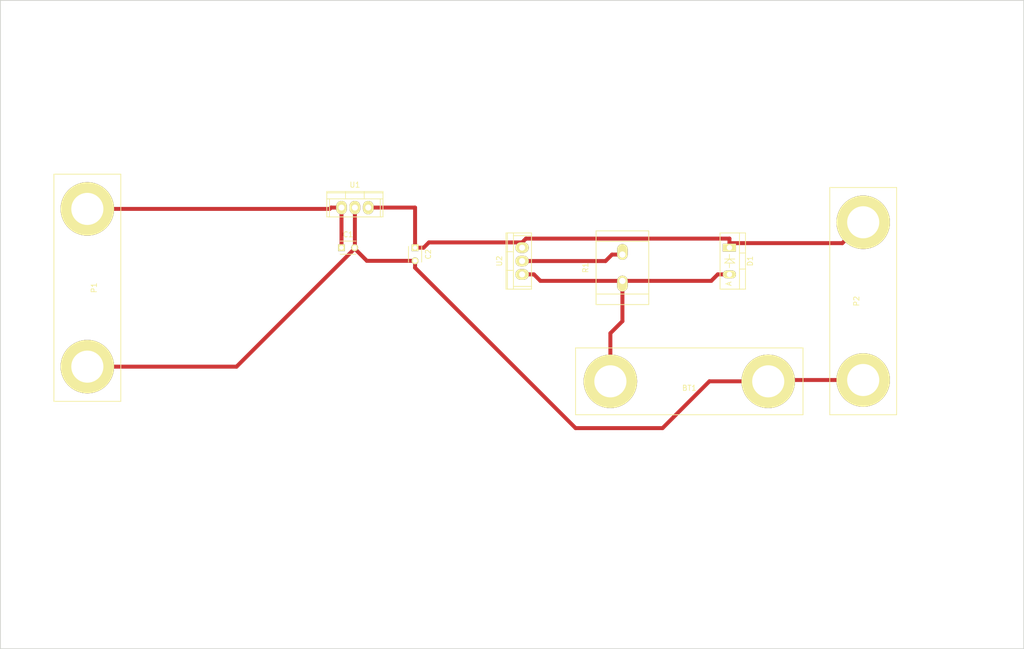
<source format=kicad_pcb>
(kicad_pcb (version 4) (host pcbnew 4.0.2-stable)

  (general
    (links 15)
    (no_connects 0)
    (area 69.774999 31.674999 264.235001 155.015001)
    (thickness 1.6)
    (drawings 4)
    (tracks 45)
    (zones 0)
    (modules 9)
    (nets 6)
  )

  (page A4)
  (layers
    (0 F.Cu signal)
    (31 B.Cu signal)
    (32 B.Adhes user)
    (33 F.Adhes user)
    (34 B.Paste user)
    (35 F.Paste user)
    (36 B.SilkS user)
    (37 F.SilkS user)
    (38 B.Mask user)
    (39 F.Mask user)
    (40 Dwgs.User user)
    (41 Cmts.User user)
    (42 Eco1.User user)
    (43 Eco2.User user)
    (44 Edge.Cuts user)
    (45 Margin user)
    (46 B.CrtYd user)
    (47 F.CrtYd user)
    (48 B.Fab user)
    (49 F.Fab user)
  )

  (setup
    (last_trace_width 0.75)
    (trace_clearance 0.6)
    (zone_clearance 0.508)
    (zone_45_only no)
    (trace_min 0.2)
    (segment_width 0.2)
    (edge_width 0.15)
    (via_size 0.6)
    (via_drill 0.4)
    (via_min_size 0.4)
    (via_min_drill 0.3)
    (uvia_size 0.3)
    (uvia_drill 0.1)
    (uvias_allowed no)
    (uvia_min_size 0.2)
    (uvia_min_drill 0.1)
    (pcb_text_width 0.3)
    (pcb_text_size 1.5 1.5)
    (mod_edge_width 0.15)
    (mod_text_size 1 1)
    (mod_text_width 0.15)
    (pad_size 1.524 1.524)
    (pad_drill 0.762)
    (pad_to_mask_clearance 0.2)
    (aux_axis_origin 0 0)
    (visible_elements 7FFFFFFF)
    (pcbplotparams
      (layerselection 0x00030_80000001)
      (usegerberextensions false)
      (excludeedgelayer true)
      (linewidth 1.000000)
      (plotframeref false)
      (viasonmask false)
      (mode 1)
      (useauxorigin false)
      (hpglpennumber 1)
      (hpglpenspeed 20)
      (hpglpendiameter 15)
      (hpglpenoverlay 2)
      (psnegative false)
      (psa4output false)
      (plotreference true)
      (plotvalue true)
      (plotinvisibletext false)
      (padsonsilk false)
      (subtractmaskfromsilk false)
      (outputformat 1)
      (mirror false)
      (drillshape 1)
      (scaleselection 1)
      (outputdirectory ""))
  )

  (net 0 "")
  (net 1 GND)
  (net 2 "Net-(C2-Pad1)")
  (net 3 "Net-(R1-Pad2)")
  (net 4 "Net-(BT1-Pad1)")
  (net 5 +36V)

  (net_class Default "This is the default net class."
    (clearance 0.6)
    (trace_width 0.75)
    (via_dia 0.6)
    (via_drill 0.4)
    (uvia_dia 0.3)
    (uvia_drill 0.1)
    (add_net +36V)
    (add_net GND)
    (add_net "Net-(BT1-Pad1)")
    (add_net "Net-(C2-Pad1)")
    (add_net "Net-(R1-Pad2)")
  )

  (module Connect:Banana_Jack_2Pin (layer F.Cu) (tedit 0) (tstamp 57AB6FB3)
    (at 200.66 104.14)
    (descr "Dual banana socket, footprint - 2 x 6mm drills")
    (tags "banana socket")
    (path /57AB63B5)
    (fp_text reference BT1 (at 0 1.27) (layer F.SilkS)
      (effects (font (size 1 1) (thickness 0.15)))
    )
    (fp_text value "Battery 2000mAh or more" (at 0 -1.27) (layer F.Fab)
      (effects (font (size 1 1) (thickness 0.15)))
    )
    (fp_line (start -21.59 -6.35) (end 21.59 -6.35) (layer F.SilkS) (width 0.15))
    (fp_line (start 21.59 -6.35) (end 21.59 6.35) (layer F.SilkS) (width 0.15))
    (fp_line (start 21.59 6.35) (end -21.59 6.35) (layer F.SilkS) (width 0.15))
    (fp_line (start -21.59 6.35) (end -21.59 -6.35) (layer F.SilkS) (width 0.15))
    (pad 1 thru_hole circle (at -14.986 0) (size 10.16 10.16) (drill 6.096) (layers *.Cu *.Mask F.SilkS)
      (net 4 "Net-(BT1-Pad1)"))
    (pad 2 thru_hole circle (at 14.986 0) (size 10.16 10.16) (drill 6.096) (layers *.Cu *.Mask F.SilkS)
      (net 1 GND))
    (model Connect.3dshapes/Banana_Jack_2Pin.wrl
      (at (xyz 0 0 0))
      (scale (xyz 2 2 2))
      (rotate (xyz 0 0 0))
    )
  )

  (module Capacitors_ThroughHole:C_Disc_D3_P2.5 (layer F.Cu) (tedit 0) (tstamp 57AB6FB9)
    (at 134.62 78.74)
    (descr "Capacitor 3mm Disc, Pitch 2.5mm")
    (tags Capacitor)
    (path /57AB5B99)
    (fp_text reference C1 (at 1.25 -2.5) (layer F.SilkS)
      (effects (font (size 1 1) (thickness 0.15)))
    )
    (fp_text value "C 0.33uf" (at 1.25 2.5) (layer F.Fab)
      (effects (font (size 1 1) (thickness 0.15)))
    )
    (fp_line (start -0.9 -1.5) (end 3.4 -1.5) (layer F.CrtYd) (width 0.05))
    (fp_line (start 3.4 -1.5) (end 3.4 1.5) (layer F.CrtYd) (width 0.05))
    (fp_line (start 3.4 1.5) (end -0.9 1.5) (layer F.CrtYd) (width 0.05))
    (fp_line (start -0.9 1.5) (end -0.9 -1.5) (layer F.CrtYd) (width 0.05))
    (fp_line (start -0.25 -1.25) (end 2.75 -1.25) (layer F.SilkS) (width 0.15))
    (fp_line (start 2.75 1.25) (end -0.25 1.25) (layer F.SilkS) (width 0.15))
    (pad 1 thru_hole rect (at 0 0) (size 1.3 1.3) (drill 0.8) (layers *.Cu *.Mask F.SilkS)
      (net 5 +36V))
    (pad 2 thru_hole circle (at 2.5 0) (size 1.3 1.3) (drill 0.8001) (layers *.Cu *.Mask F.SilkS)
      (net 1 GND))
    (model Capacitors_ThroughHole.3dshapes/C_Disc_D3_P2.5.wrl
      (at (xyz 0.0492126 0 0))
      (scale (xyz 1 1 1))
      (rotate (xyz 0 0 0))
    )
  )

  (module Capacitors_ThroughHole:C_Disc_D3_P2.5 (layer F.Cu) (tedit 0) (tstamp 57AB6FBF)
    (at 148.59 78.74 270)
    (descr "Capacitor 3mm Disc, Pitch 2.5mm")
    (tags Capacitor)
    (path /57AB5BB8)
    (fp_text reference C2 (at 1.25 -2.5 270) (layer F.SilkS)
      (effects (font (size 1 1) (thickness 0.15)))
    )
    (fp_text value "C 3.3uf 50v" (at 1.25 2.5 270) (layer F.Fab)
      (effects (font (size 1 1) (thickness 0.15)))
    )
    (fp_line (start -0.9 -1.5) (end 3.4 -1.5) (layer F.CrtYd) (width 0.05))
    (fp_line (start 3.4 -1.5) (end 3.4 1.5) (layer F.CrtYd) (width 0.05))
    (fp_line (start 3.4 1.5) (end -0.9 1.5) (layer F.CrtYd) (width 0.05))
    (fp_line (start -0.9 1.5) (end -0.9 -1.5) (layer F.CrtYd) (width 0.05))
    (fp_line (start -0.25 -1.25) (end 2.75 -1.25) (layer F.SilkS) (width 0.15))
    (fp_line (start 2.75 1.25) (end -0.25 1.25) (layer F.SilkS) (width 0.15))
    (pad 1 thru_hole rect (at 0 0 270) (size 1.3 1.3) (drill 0.8) (layers *.Cu *.Mask F.SilkS)
      (net 2 "Net-(C2-Pad1)"))
    (pad 2 thru_hole circle (at 2.5 0 270) (size 1.3 1.3) (drill 0.8001) (layers *.Cu *.Mask F.SilkS)
      (net 1 GND))
    (model Capacitors_ThroughHole.3dshapes/C_Disc_D3_P2.5.wrl
      (at (xyz 0.0492126 0 0))
      (scale (xyz 1 1 1))
      (rotate (xyz 0 0 0))
    )
  )

  (module Diodes_ThroughHole:Diode_TO-220_Vertical (layer F.Cu) (tedit 5538AE5F) (tstamp 57AB6FCB)
    (at 208.28 78.74 270)
    (descr "TO-220, Diode, Vertical,")
    (tags "TO-220, Diode, Vertical,")
    (path /57AB5E62)
    (fp_text reference D1 (at 2.54762 -3.92938 270) (layer F.SilkS)
      (effects (font (size 1 1) (thickness 0.15)))
    )
    (fp_text value D (at 2.0701 2.7051 270) (layer F.Fab)
      (effects (font (size 1 1) (thickness 0.15)))
    )
    (fp_text user A (at 6.858 0.127 270) (layer F.SilkS)
      (effects (font (size 1 1) (thickness 0.15)))
    )
    (fp_line (start 2.159 0) (end 1.27 0) (layer F.SilkS) (width 0.15))
    (fp_line (start 3.048 0) (end 3.81 0) (layer F.SilkS) (width 0.15))
    (fp_line (start 2.159 0) (end 2.921 -1.016) (layer F.SilkS) (width 0.15))
    (fp_line (start 2.921 -1.016) (end 2.921 0.889) (layer F.SilkS) (width 0.15))
    (fp_line (start 2.921 0.889) (end 2.159 0) (layer F.SilkS) (width 0.15))
    (fp_line (start 2.159 -1.016) (end 2.159 0.889) (layer F.SilkS) (width 0.15))
    (fp_line (start 1.016 -3.048) (end 1.016 -1.905) (layer F.SilkS) (width 0.15))
    (fp_line (start 4.064 -3.048) (end 4.064 -1.905) (layer F.SilkS) (width 0.15))
    (fp_line (start 7.874 -1.905) (end 7.874 1.778) (layer F.SilkS) (width 0.15))
    (fp_line (start 7.874 1.778) (end -2.794 1.778) (layer F.SilkS) (width 0.15))
    (fp_line (start -2.794 1.778) (end -2.794 -1.905) (layer F.SilkS) (width 0.15))
    (fp_line (start 7.874 -3.048) (end 7.874 -1.905) (layer F.SilkS) (width 0.15))
    (fp_line (start 7.874 -1.905) (end -2.794 -1.905) (layer F.SilkS) (width 0.15))
    (fp_line (start -2.794 -1.905) (end -2.794 -3.048) (layer F.SilkS) (width 0.15))
    (fp_line (start 2.54 -3.048) (end -2.794 -3.048) (layer F.SilkS) (width 0.15))
    (fp_line (start 2.54 -3.048) (end 7.874 -3.048) (layer F.SilkS) (width 0.15))
    (pad 1 thru_hole rect (at 0 0) (size 2.49936 1.50114) (drill 1.00076) (layers *.Cu *.Mask F.SilkS)
      (net 2 "Net-(C2-Pad1)"))
    (pad 2 thru_hole oval (at 5.08 0) (size 2.49936 1.50114) (drill 1.00076) (layers *.Cu *.Mask F.SilkS)
      (net 4 "Net-(BT1-Pad1)"))
    (model Diodes_ThroughHole.3dshapes/Diode_TO-220_Vertical.wrl
      (at (xyz 0.1 0 0))
      (scale (xyz 0.3937 0.3937 0.3937))
      (rotate (xyz 0 0 0))
    )
  )

  (module Connect:Banana_Jack_2Pin (layer F.Cu) (tedit 0) (tstamp 57AB6FD1)
    (at 86.36 86.36 90)
    (descr "Dual banana socket, footprint - 2 x 6mm drills")
    (tags "banana socket")
    (path /57AB6756)
    (fp_text reference P1 (at 0 1.27 90) (layer F.SilkS)
      (effects (font (size 1 1) (thickness 0.15)))
    )
    (fp_text value CONN_01X02 (at 0 -1.27 90) (layer F.Fab)
      (effects (font (size 1 1) (thickness 0.15)))
    )
    (fp_line (start -21.59 -6.35) (end 21.59 -6.35) (layer F.SilkS) (width 0.15))
    (fp_line (start 21.59 -6.35) (end 21.59 6.35) (layer F.SilkS) (width 0.15))
    (fp_line (start 21.59 6.35) (end -21.59 6.35) (layer F.SilkS) (width 0.15))
    (fp_line (start -21.59 6.35) (end -21.59 -6.35) (layer F.SilkS) (width 0.15))
    (pad 1 thru_hole circle (at -14.986 0 90) (size 10.16 10.16) (drill 6.096) (layers *.Cu *.Mask F.SilkS)
      (net 1 GND))
    (pad 2 thru_hole circle (at 14.986 0 90) (size 10.16 10.16) (drill 6.096) (layers *.Cu *.Mask F.SilkS)
      (net 5 +36V))
    (model Connect.3dshapes/Banana_Jack_2Pin.wrl
      (at (xyz 0 0 0))
      (scale (xyz 2 2 2))
      (rotate (xyz 0 0 0))
    )
  )

  (module Connect:Banana_Jack_2Pin (layer F.Cu) (tedit 57AB7895) (tstamp 57AB6FD7)
    (at 233.68 88.9 270)
    (descr "Dual banana socket, footprint - 2 x 6mm drills")
    (tags "banana socket")
    (path /57AB6581)
    (fp_text reference P2 (at 0 1.27 270) (layer F.SilkS)
      (effects (font (size 1 1) (thickness 0.15)))
    )
    (fp_text value CONN_01X02 (at 0 -1.27 360) (layer F.Fab)
      (effects (font (size 1 1) (thickness 0.15)))
    )
    (fp_line (start -21.59 -6.35) (end 21.59 -6.35) (layer F.SilkS) (width 0.15))
    (fp_line (start 21.59 -6.35) (end 21.59 6.35) (layer F.SilkS) (width 0.15))
    (fp_line (start 21.59 6.35) (end -21.59 6.35) (layer F.SilkS) (width 0.15))
    (fp_line (start -21.59 6.35) (end -21.59 -6.35) (layer F.SilkS) (width 0.15))
    (pad 1 thru_hole circle (at -14.986 0 270) (size 10.16 10.16) (drill 6.096) (layers *.Cu *.Mask F.SilkS)
      (net 2 "Net-(C2-Pad1)"))
    (pad 2 thru_hole circle (at 14.986 0 270) (size 10.16 10.16) (drill 6.096) (layers *.Cu *.Mask F.SilkS)
      (net 1 GND))
    (model Connect.3dshapes/Banana_Jack_2Pin.wrl
      (at (xyz 0 0 0))
      (scale (xyz 2 2 2))
      (rotate (xyz 0 0 0))
    )
  )

  (module Resistors_ThroughHole:Resistor_Cement_Vertical_LargePads_KOA-BGR-5N-7N (layer F.Cu) (tedit 0) (tstamp 57AB6FDD)
    (at 187.96 82.55 90)
    (descr "Resistor, Cement, Vertical, LargePads, 5W, 7W, Meggitt, KOA, BSR, BGR, BWR, 5N, 7N,")
    (tags "Resistor, Cement, Vertical, 5W, 7W, Meggitt, KOA, BSR, LargePads, BGR, BWR, 5N, 7N,")
    (path /57AB6214)
    (fp_text reference R1 (at 0 -7.00024 90) (layer F.SilkS)
      (effects (font (size 1 1) (thickness 0.15)))
    )
    (fp_text value 10 (at 0 8.49884 90) (layer F.Fab)
      (effects (font (size 1 1) (thickness 0.15)))
    )
    (fp_line (start -5.00126 -5.00126) (end -5.00126 5.00126) (layer F.SilkS) (width 0.15))
    (fp_line (start 5.00126 -5.00126) (end 5.00126 5.00126) (layer F.SilkS) (width 0.15))
    (fp_line (start 7.00024 -5.00126) (end -7.00024 -5.00126) (layer F.SilkS) (width 0.15))
    (fp_line (start -7.00024 -5.00126) (end -7.00024 5.00126) (layer F.SilkS) (width 0.15))
    (fp_line (start -7.00024 5.00126) (end 7.00024 5.00126) (layer F.SilkS) (width 0.15))
    (fp_line (start 7.00024 5.00126) (end 7.00024 -5.00126) (layer F.SilkS) (width 0.15))
    (pad 1 thru_hole oval (at -2.49936 0 90) (size 2.99974 1.99898) (drill 1.19888 (offset -0.50038 0)) (layers *.Cu *.Mask F.SilkS)
      (net 4 "Net-(BT1-Pad1)"))
    (pad 2 thru_hole oval (at 2.49936 0 270) (size 2.99974 1.99898) (drill 1.19888 (offset -0.50038 0)) (layers *.Cu *.Mask F.SilkS)
      (net 3 "Net-(R1-Pad2)"))
  )

  (module Power_Integrations:TO-220 (layer F.Cu) (tedit 0) (tstamp 57ABA6F0)
    (at 137.16 71.12)
    (descr "Non Isolated JEDEC TO-220 Package")
    (tags "Power Integration YN Package")
    (path /57AB5B7A)
    (fp_text reference U1 (at 0 -4.318) (layer F.SilkS)
      (effects (font (size 1 1) (thickness 0.15)))
    )
    (fp_text value LM7815CT (at 0 -4.318) (layer F.Fab)
      (effects (font (size 1 1) (thickness 0.15)))
    )
    (fp_line (start 4.826 -1.651) (end 4.826 1.778) (layer F.SilkS) (width 0.15))
    (fp_line (start -4.826 -1.651) (end -4.826 1.778) (layer F.SilkS) (width 0.15))
    (fp_line (start 5.334 -2.794) (end -5.334 -2.794) (layer F.SilkS) (width 0.15))
    (fp_line (start 1.778 -1.778) (end 1.778 -3.048) (layer F.SilkS) (width 0.15))
    (fp_line (start -1.778 -1.778) (end -1.778 -3.048) (layer F.SilkS) (width 0.15))
    (fp_line (start -5.334 -1.651) (end 5.334 -1.651) (layer F.SilkS) (width 0.15))
    (fp_line (start 5.334 1.778) (end -5.334 1.778) (layer F.SilkS) (width 0.15))
    (fp_line (start -5.334 -3.048) (end -5.334 1.778) (layer F.SilkS) (width 0.15))
    (fp_line (start 5.334 -3.048) (end 5.334 1.778) (layer F.SilkS) (width 0.15))
    (fp_line (start 5.334 -3.048) (end -5.334 -3.048) (layer F.SilkS) (width 0.15))
    (pad 2 thru_hole oval (at 0 0) (size 2.032 2.54) (drill 1.143) (layers *.Cu *.Mask F.SilkS)
      (net 1 GND))
    (pad 3 thru_hole oval (at 2.54 0) (size 2.032 2.54) (drill 1.143) (layers *.Cu *.Mask F.SilkS)
      (net 2 "Net-(C2-Pad1)"))
    (pad 1 thru_hole oval (at -2.54 0) (size 2.032 2.54) (drill 1.143) (layers *.Cu *.Mask F.SilkS)
      (net 5 +36V))
  )

  (module Power_Integrations:TO-220 (layer F.Cu) (tedit 0) (tstamp 57ABA6F6)
    (at 168.91 81.28 90)
    (descr "Non Isolated JEDEC TO-220 Package")
    (tags "Power Integration YN Package")
    (path /57AB5DAE)
    (fp_text reference U2 (at 0 -4.318 90) (layer F.SilkS)
      (effects (font (size 1 1) (thickness 0.15)))
    )
    (fp_text value LM317T (at 0 -4.318 90) (layer F.Fab)
      (effects (font (size 1 1) (thickness 0.15)))
    )
    (fp_line (start 4.826 -1.651) (end 4.826 1.778) (layer F.SilkS) (width 0.15))
    (fp_line (start -4.826 -1.651) (end -4.826 1.778) (layer F.SilkS) (width 0.15))
    (fp_line (start 5.334 -2.794) (end -5.334 -2.794) (layer F.SilkS) (width 0.15))
    (fp_line (start 1.778 -1.778) (end 1.778 -3.048) (layer F.SilkS) (width 0.15))
    (fp_line (start -1.778 -1.778) (end -1.778 -3.048) (layer F.SilkS) (width 0.15))
    (fp_line (start -5.334 -1.651) (end 5.334 -1.651) (layer F.SilkS) (width 0.15))
    (fp_line (start 5.334 1.778) (end -5.334 1.778) (layer F.SilkS) (width 0.15))
    (fp_line (start -5.334 -3.048) (end -5.334 1.778) (layer F.SilkS) (width 0.15))
    (fp_line (start 5.334 -3.048) (end 5.334 1.778) (layer F.SilkS) (width 0.15))
    (fp_line (start 5.334 -3.048) (end -5.334 -3.048) (layer F.SilkS) (width 0.15))
    (pad 2 thru_hole oval (at 0 0 90) (size 2.032 2.54) (drill 1.143) (layers *.Cu *.Mask F.SilkS)
      (net 3 "Net-(R1-Pad2)"))
    (pad 3 thru_hole oval (at 2.54 0 90) (size 2.032 2.54) (drill 1.143) (layers *.Cu *.Mask F.SilkS)
      (net 2 "Net-(C2-Pad1)"))
    (pad 1 thru_hole oval (at -2.54 0 90) (size 2.032 2.54) (drill 1.143) (layers *.Cu *.Mask F.SilkS)
      (net 4 "Net-(BT1-Pad1)"))
  )

  (gr_line (start 264.16 154.94) (end 264.16 31.75) (angle 90) (layer Edge.Cuts) (width 0.15))
  (gr_line (start 69.85 31.75) (end 69.85 154.94) (angle 90) (layer Edge.Cuts) (width 0.15))
  (gr_line (start 264.16 154.94) (end 69.85 154.94) (angle 90) (layer Edge.Cuts) (width 0.15))
  (gr_line (start 69.85 31.75) (end 264.16 31.75) (angle 90) (layer Edge.Cuts) (width 0.15))

  (segment (start 148.59 81.24) (end 148.59 82.55) (width 0.75) (layer F.Cu) (net 1) (status 400000))
  (segment (start 204.47 104.14) (end 215.646 104.14) (width 0.75) (layer F.Cu) (net 1) (tstamp 57ABA705) (status 800000))
  (segment (start 195.58 113.03) (end 204.47 104.14) (width 0.75) (layer F.Cu) (net 1) (tstamp 57ABA703))
  (segment (start 179.07 113.03) (end 195.58 113.03) (width 0.75) (layer F.Cu) (net 1) (tstamp 57ABA701))
  (segment (start 148.59 82.55) (end 179.07 113.03) (width 0.75) (layer F.Cu) (net 1) (tstamp 57ABA700))
  (segment (start 137.16 71.12) (end 137.16 78.9593) (width 0.75) (layer F.Cu) (net 1))
  (segment (start 137.16 78.9593) (end 137.12 78.9193) (width 0.75) (layer F.Cu) (net 1) (tstamp 57AB83FF))
  (segment (start 137.12 78.9193) (end 137.12 78.74) (width 0.75) (layer F.Cu) (net 1) (tstamp 57AB8402))
  (segment (start 215.9 103.886) (end 215.646 104.14) (width 0.75) (layer F.Cu) (net 1))
  (segment (start 233.68 103.886) (end 215.9 103.886) (width 0.75) (layer F.Cu) (net 1))
  (segment (start 139.4407 81.24) (end 137.12 78.9193) (width 0.75) (layer F.Cu) (net 1))
  (segment (start 148.59 81.24) (end 139.4407 81.24) (width 0.75) (layer F.Cu) (net 1))
  (segment (start 114.6933 101.346) (end 137.12 78.9193) (width 0.75) (layer F.Cu) (net 1))
  (segment (start 86.36 101.346) (end 114.6933 101.346) (width 0.75) (layer F.Cu) (net 1))
  (segment (start 137.12 78.9193) (end 137.12 78.74) (width 0.75) (layer F.Cu) (net 1))
  (segment (start 137.12 78.74) (end 137.16 78.7) (width 0.75) (layer B.Cu) (net 1))
  (segment (start 139.7 71.12) (end 148.59 71.12) (width 0.75) (layer F.Cu) (net 2))
  (segment (start 148.59 71.12) (end 148.59 78.74) (width 0.75) (layer F.Cu) (net 2) (tstamp 57AB8413))
  (segment (start 168.91 78.74) (end 168.91 77.7443) (width 0.75) (layer F.Cu) (net 2))
  (segment (start 151.211 77.7443) (end 150.2153 78.74) (width 0.75) (layer F.Cu) (net 2))
  (segment (start 168.91 77.7443) (end 151.211 77.7443) (width 0.75) (layer F.Cu) (net 2))
  (segment (start 148.59 78.74) (end 150.2153 78.74) (width 0.75) (layer F.Cu) (net 2))
  (segment (start 169.6402 77.0141) (end 168.91 77.7443) (width 0.75) (layer F.Cu) (net 2))
  (segment (start 208.28 77.0141) (end 169.6402 77.0141) (width 0.75) (layer F.Cu) (net 2))
  (segment (start 208.28 78.74) (end 208.28 77.877) (width 0.75) (layer F.Cu) (net 2))
  (segment (start 208.28 77.877) (end 208.28 77.0141) (width 0.75) (layer F.Cu) (net 2))
  (segment (start 229.717 77.877) (end 233.68 73.914) (width 0.75) (layer F.Cu) (net 2))
  (segment (start 208.28 77.877) (end 229.717 77.877) (width 0.75) (layer F.Cu) (net 2))
  (segment (start 184.7558 81.28) (end 168.91 81.28) (width 0.75) (layer F.Cu) (net 3))
  (segment (start 185.9852 80.0506) (end 184.7558 81.28) (width 0.75) (layer F.Cu) (net 3))
  (segment (start 187.96 80.0506) (end 185.9852 80.0506) (width 0.75) (layer F.Cu) (net 3))
  (segment (start 185.674 104.14) (end 185.674 94.996) (width 0.75) (layer F.Cu) (net 4))
  (segment (start 187.96 92.71) (end 187.96 85.04936) (width 0.75) (layer F.Cu) (net 4) (tstamp 57AB8483))
  (segment (start 185.674 94.996) (end 187.96 92.71) (width 0.75) (layer F.Cu) (net 4) (tstamp 57AB847E))
  (segment (start 168.91 83.82) (end 171.1553 83.82) (width 0.75) (layer F.Cu) (net 4))
  (segment (start 185.674 104.14) (end 187.96 101.854) (width 0.75) (layer B.Cu) (net 4))
  (segment (start 172.3847 85.0494) (end 187.96 85.0494) (width 0.75) (layer F.Cu) (net 4))
  (segment (start 171.1553 83.82) (end 172.3847 85.0494) (width 0.75) (layer F.Cu) (net 4))
  (segment (start 204.8255 85.0494) (end 206.0549 83.82) (width 0.75) (layer F.Cu) (net 4))
  (segment (start 187.96 85.0494) (end 204.8255 85.0494) (width 0.75) (layer F.Cu) (net 4))
  (segment (start 208.28 83.82) (end 206.0549 83.82) (width 0.75) (layer F.Cu) (net 4))
  (segment (start 134.62 71.12) (end 134.62 78.74) (width 0.75) (layer F.Cu) (net 5))
  (segment (start 132.3747 71.374) (end 132.6287 71.12) (width 0.75) (layer F.Cu) (net 5))
  (segment (start 86.36 71.374) (end 132.3747 71.374) (width 0.75) (layer F.Cu) (net 5))
  (segment (start 134.62 71.12) (end 132.6287 71.12) (width 0.75) (layer F.Cu) (net 5))

  (zone (net 1) (net_name GND) (layer F.Cu) (tstamp 57AB84AC) (hatch edge 0.508)
    (connect_pads (clearance 0.508))
    (min_thickness 0.254)
    (fill (arc_segments 16) (thermal_gap 0.508) (thermal_bridge_width 0.508))
    (polygon
      (pts
        (xy 139.7 81.28) (xy 151.13 81.28) (xy 156.21 86.36) (xy 158.75 87.63) (xy 158.75 92.71)
        (xy 179.07 113.03) (xy 190.5 113.03) (xy 201.93 101.6) (xy 242.57 101.6) (xy 242.57 119.38)
        (xy 81.28 118.11) (xy 81.28 96.52) (xy 114.3 96.52) (xy 137.16 78.74) (xy 139.7 81.28)
      )
    )
  )
  (zone (net 5) (net_name +36V) (layer F.Cu) (tstamp 57AB8E83) (hatch edge 0.508)
    (connect_pads (clearance 0.508))
    (min_thickness 0.254)
    (fill (arc_segments 16) (thermal_gap 0.508) (thermal_bridge_width 0.508))
    (polygon
      (pts
        (xy 134.62 80.01) (xy 82.55 80.01) (xy 82.55 68.58) (xy 134.62 68.58) (xy 134.62 80.01)
      )
    )
  )
  (zone (net 3) (net_name "Net-(R1-Pad2)") (layer F.Cu) (tstamp 57AB8EAF) (hatch edge 0.508)
    (connect_pads (clearance 0.508))
    (min_thickness 0.254)
    (fill (arc_segments 16) (thermal_gap 0.508) (thermal_bridge_width 0.508))
    (polygon
      (pts
        (xy 238.76 78.74) (xy 238.76 67.31) (xy 139.7 66.04) (xy 139.7 77.47) (xy 181.61 77.47)
        (xy 181.61 76.2) (xy 200.66 76.2) (xy 200.66 80.01) (xy 238.76 80.01) (xy 238.76 76.2)
      )
    )
  )
)

</source>
